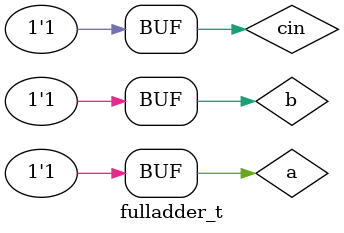
<source format=v>
`timescale 1ns / 1ps


module fulladder_t;
    reg a;
    reg b;
    reg cin;
    wire cout;
    wire s;
    
    fulladder uut(.a(a), .b(b), .cin(cin), .cout(cout), .s(s));
    
    initial begin
    a=0; b=0; cin=0;
    #100;
    #100 a=0; b=0; cin=1;
    #100 a=0; b=1; cin=0;
    #100 a=0; b=1; cin=1;
    #100 a=1; b=0; cin=0;
    #100 a=1; b=0; cin=1;
    #100 a=1; b=1; cin=0;
    #100 a=1; b=1; cin=1;
    end
endmodule

</source>
